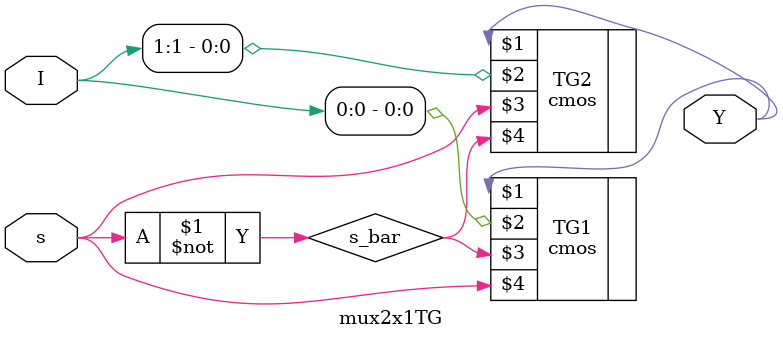
<source format=v>
`timescale 1ns / 1ps


module mux2x1TG(output Y, input [1:0] I, input s);
wire s_bar;

    not (s_bar, s);

    cmos TG1(Y, I[0], s_bar, s); // Pass I[0] when s = 0
    cmos TG2(Y, I[1], s, s_bar); // Pass I[1] when s = 1

endmodule


</source>
